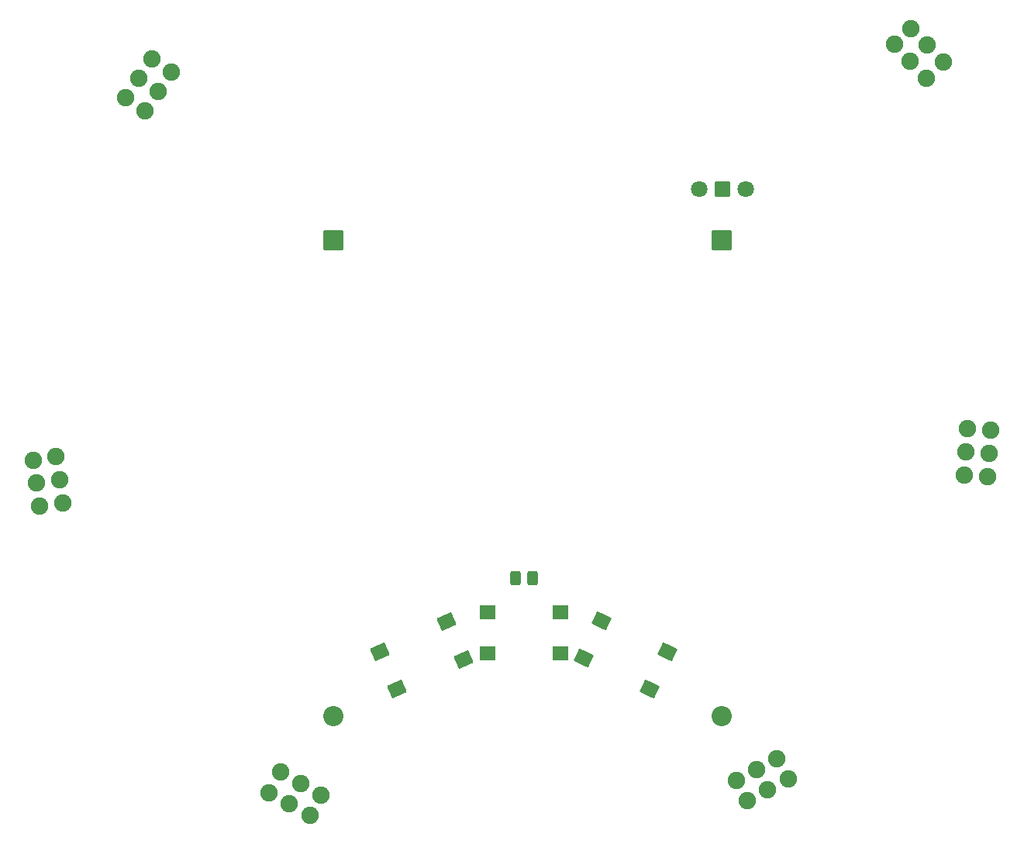
<source format=gbr>
%TF.GenerationSoftware,KiCad,Pcbnew,8.0.6*%
%TF.CreationDate,2024-10-30T16:41:28+09:00*%
%TF.ProjectId,badge24,62616467-6532-4342-9e6b-696361645f70,A*%
%TF.SameCoordinates,Original*%
%TF.FileFunction,Soldermask,Top*%
%TF.FilePolarity,Negative*%
%FSLAX46Y46*%
G04 Gerber Fmt 4.6, Leading zero omitted, Abs format (unit mm)*
G04 Created by KiCad (PCBNEW 8.0.6) date 2024-10-30 16:41:28*
%MOMM*%
%LPD*%
G01*
G04 APERTURE LIST*
G04 Aperture macros list*
%AMRoundRect*
0 Rectangle with rounded corners*
0 $1 Rounding radius*
0 $2 $3 $4 $5 $6 $7 $8 $9 X,Y pos of 4 corners*
0 Add a 4 corners polygon primitive as box body*
4,1,4,$2,$3,$4,$5,$6,$7,$8,$9,$2,$3,0*
0 Add four circle primitives for the rounded corners*
1,1,$1+$1,$2,$3*
1,1,$1+$1,$4,$5*
1,1,$1+$1,$6,$7*
1,1,$1+$1,$8,$9*
0 Add four rect primitives between the rounded corners*
20,1,$1+$1,$2,$3,$4,$5,0*
20,1,$1+$1,$4,$5,$6,$7,0*
20,1,$1+$1,$6,$7,$8,$9,0*
20,1,$1+$1,$8,$9,$2,$3,0*%
%AMHorizOval*
0 Thick line with rounded ends*
0 $1 width*
0 $2 $3 position (X,Y) of the first rounded end (center of the circle)*
0 $4 $5 position (X,Y) of the second rounded end (center of the circle)*
0 Add line between two ends*
20,1,$1,$2,$3,$4,$5,0*
0 Add two circle primitives to create the rounded ends*
1,1,$1,$2,$3*
1,1,$1,$4,$5*%
G04 Aperture macros list end*
%ADD10HorizOval,1.903200X0.000000X0.000000X0.000000X0.000000X0*%
%ADD11HorizOval,1.903200X0.000000X0.000000X0.000000X0.000000X0*%
%ADD12RoundRect,0.101600X-0.977090X-0.261571X0.427687X-0.916629X0.977090X0.261571X-0.427687X0.916629X0*%
%ADD13HorizOval,1.903200X0.000000X0.000000X0.000000X0.000000X0*%
%ADD14HorizOval,1.903200X0.000000X0.000000X0.000000X0.000000X0*%
%ADD15HorizOval,1.903200X0.000000X0.000000X0.000000X0.000000X0*%
%ADD16RoundRect,0.294550X-0.294550X-0.507050X0.294550X-0.507050X0.294550X0.507050X-0.294550X0.507050X0*%
%ADD17RoundRect,0.101600X0.775000X0.650000X-0.775000X0.650000X-0.775000X-0.650000X0.775000X-0.650000X0*%
%ADD18RoundRect,0.101600X0.443619X0.909025X-0.972377X0.278584X-0.443619X-0.909025X0.972377X-0.278584X0*%
%ADD19HorizOval,1.903200X0.000000X0.000000X0.000000X0.000000X0*%
%ADD20RoundRect,0.101600X-1.000000X1.000000X-1.000000X-1.000000X1.000000X-1.000000X1.000000X1.000000X0*%
%ADD21C,2.203200*%
%ADD22RoundRect,0.101600X-0.750000X-0.750000X0.750000X-0.750000X0.750000X0.750000X-0.750000X0.750000X0*%
%ADD23C,1.803200*%
G04 APERTURE END LIST*
D10*
%TO.C,J1*%
X109274590Y-58598420D03*
X111380345Y-60018770D03*
X107854240Y-60704175D03*
X109959996Y-62124525D03*
X106433890Y-62809931D03*
X108539645Y-64230281D03*
%TD*%
D11*
%TO.C,J6*%
X195730960Y-58872730D03*
X193903837Y-60637162D03*
X193966528Y-57045607D03*
X192139405Y-58810040D03*
X192202095Y-55218484D03*
X190374972Y-56982916D03*
%TD*%
D12*
%TO.C,SW33*%
X158388736Y-119961507D03*
X165602947Y-123325549D03*
X156486953Y-124039891D03*
X163701164Y-127403933D03*
%TD*%
D13*
%TO.C,J5*%
X200587220Y-104218790D03*
X198053407Y-104041609D03*
X200764401Y-101684977D03*
X198230589Y-101507797D03*
X200941583Y-99151165D03*
X198407770Y-98973983D03*
%TD*%
D14*
%TO.C,J2*%
X96324750Y-102384890D03*
X98840031Y-102031390D03*
X96678250Y-104900171D03*
X99193530Y-104546670D03*
X97031749Y-107415452D03*
X99547030Y-107061952D03*
%TD*%
D15*
%TO.C,J4*%
X174293270Y-139601920D03*
X173100812Y-137359233D03*
X176535957Y-138409462D03*
X175343498Y-136166776D03*
X178778644Y-137217004D03*
X177586186Y-134974318D03*
%TD*%
D16*
%TO.C,LD1*%
X149004540Y-115288750D03*
X150879540Y-115288750D03*
%TD*%
D17*
%TO.C,SW22*%
X153922049Y-123482370D03*
X145962050Y-123482370D03*
X153922050Y-118982370D03*
X145962051Y-118982370D03*
%TD*%
D18*
%TO.C,SW11*%
X143314017Y-124170186D03*
X136042197Y-127407809D03*
X141483703Y-120059231D03*
X134211883Y-123296854D03*
%TD*%
D19*
%TO.C,J3*%
X122098130Y-138717100D03*
X123329546Y-136495566D03*
X124319664Y-139948516D03*
X125551080Y-137726982D03*
X126541198Y-141179933D03*
X127772615Y-138958399D03*
%TD*%
D20*
%TO.C,BT1*%
X129086250Y-78343570D03*
D21*
X129086250Y-130333570D03*
%TD*%
D20*
%TO.C,BT2*%
X171534600Y-78358710D03*
D21*
X171534600Y-130348710D03*
%TD*%
D22*
%TO.C,S1*%
X171608250Y-72769170D03*
D23*
X169068250Y-72769170D03*
X174148250Y-72769170D03*
%TD*%
M02*

</source>
